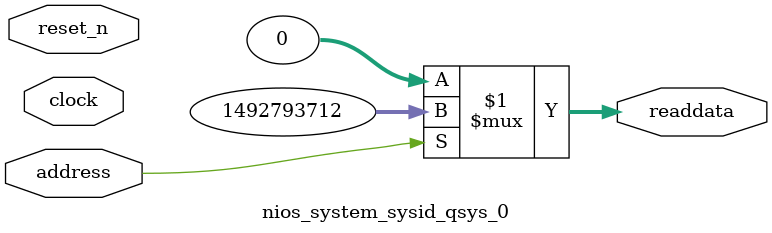
<source format=v>

`timescale 1ns / 1ps
// synthesis translate_on

// turn off superfluous verilog processor warnings 
// altera message_level Level1 
// altera message_off 10034 10035 10036 10037 10230 10240 10030 

module nios_system_sysid_qsys_0 (
               // inputs:
                address,
                clock,
                reset_n,

               // outputs:
                readdata
             )
;

  output  [ 31: 0] readdata;
  input            address;
  input            clock;
  input            reset_n;

  wire    [ 31: 0] readdata;
  //control_slave, which is an e_avalon_slave
  assign readdata = address ? 1492793712 : 0;

endmodule




</source>
